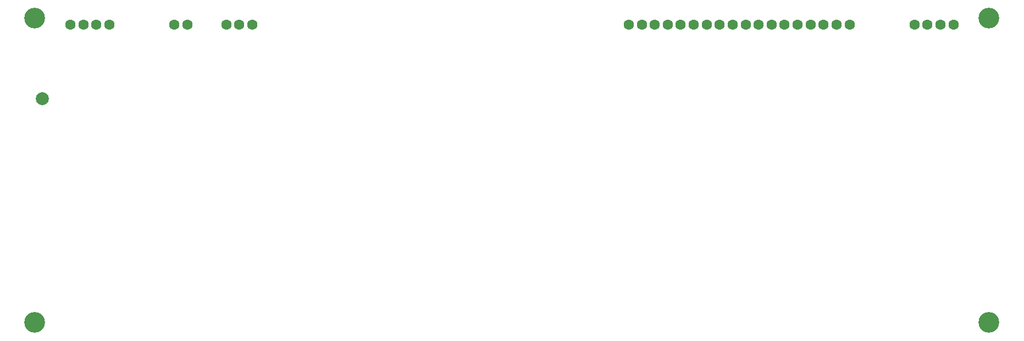
<source format=gts>
G04 #@! TF.GenerationSoftware,KiCad,Pcbnew,7.0.7*
G04 #@! TF.CreationDate,2024-06-14T09:16:29+02:00*
G04 #@! TF.ProjectId,vfd_display,7666645f-6469-4737-906c-61792e6b6963,rev?*
G04 #@! TF.SameCoordinates,Original*
G04 #@! TF.FileFunction,Soldermask,Top*
G04 #@! TF.FilePolarity,Negative*
%FSLAX46Y46*%
G04 Gerber Fmt 4.6, Leading zero omitted, Abs format (unit mm)*
G04 Created by KiCad (PCBNEW 7.0.7) date 2024-06-14 09:16:29*
%MOMM*%
%LPD*%
G01*
G04 APERTURE LIST*
%ADD10C,3.200000*%
%ADD11C,1.600000*%
%ADD12C,2.000000*%
G04 APERTURE END LIST*
D10*
X77500000Y-114000000D03*
X77500000Y-67000000D03*
D11*
X219000000Y-68000000D03*
X217000000Y-68000000D03*
X215000000Y-68000000D03*
X213000000Y-68000000D03*
X203000000Y-68000000D03*
X201000000Y-68000000D03*
X199000000Y-68000000D03*
X197000000Y-68000000D03*
X195000000Y-68000000D03*
X193000000Y-68000000D03*
X191000000Y-68000000D03*
X189000000Y-68000000D03*
X187000000Y-68000000D03*
X185000000Y-68000000D03*
X183000000Y-68000000D03*
X181000000Y-68000000D03*
X179000000Y-68000000D03*
X177000000Y-68000000D03*
X175000000Y-68000000D03*
X173000000Y-68000000D03*
X171000000Y-68000000D03*
X169000000Y-68000000D03*
X111000000Y-68000000D03*
X109000000Y-68000000D03*
X107000000Y-68000000D03*
X101000000Y-68000000D03*
X99000000Y-68000000D03*
X89000000Y-68000000D03*
X87000000Y-68000000D03*
X85000000Y-68000000D03*
X83000000Y-68000000D03*
D10*
X224500000Y-114000000D03*
X224500000Y-67000000D03*
D12*
X78700000Y-79450000D03*
M02*

</source>
